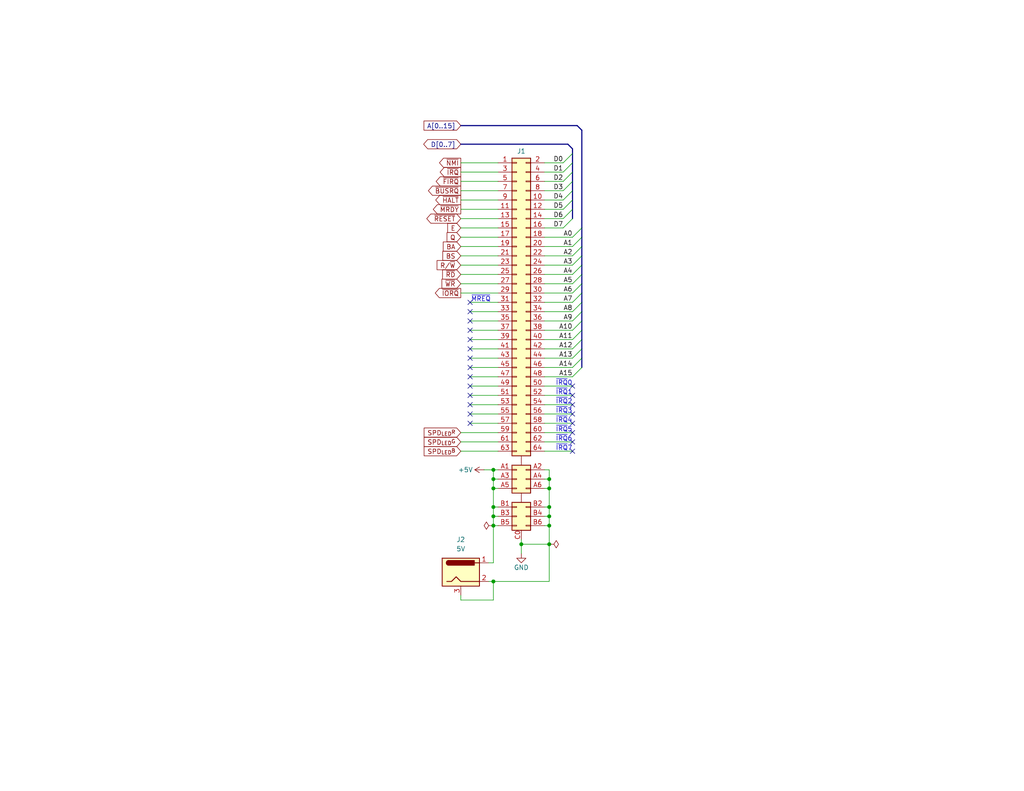
<source format=kicad_sch>
(kicad_sch (version 20231120) (generator "eeschema") (generator_version "8.0")
  (paper "USLetter")
  (title_block (title "CPU to PCB") (date "2025-03-01") (rev "2.0") (company "Frédéric \"MicroHobbyist\" Segard") (comment 1 "https://microhobbyist.com/"))
  (lib_symbols
    (symbol "6309 Step-by-Step:100mm_Dev_Board" (pin_names (offset 1.016) hide)
      (property "Reference" "J" (at 1.27 41.275 0))
      (symbol "100mm_Dev_Board_1_1"
        (rectangle (start -1.27 -60.833) (end 0 -61.087) (stroke (width 0.1524)))
        (rectangle (start -1.27 -58.293) (end 0 -58.547) (stroke (width 0.1524)))
        (rectangle (start -1.27 -55.753) (end 0 -56.007) (stroke (width 0.1524)))
        (rectangle (start -1.27 -54.61) (end 3.81 -62.23) (stroke (width 0.254)) (fill (type background)))
        (rectangle (start -1.27 -50.673) (end 0 -50.927) (stroke (width 0.1524)))
        (rectangle (start -1.27 -48.133) (end 0 -48.387) (stroke (width 0.1524)))
        (rectangle (start -1.27 -45.593) (end 0 -45.847) (stroke (width 0.1524)))
        (rectangle (start -1.27 -44.45) (end 3.81 -52.07) (stroke (width 0.254)) (fill (type background)))
        (rectangle (start -1.27 -40.513) (end 0 -40.767) (stroke (width 0.1524)))
        (rectangle (start -1.27 -37.973) (end 0 -38.227) (stroke (width 0.1524)))
        (rectangle (start -1.27 -35.433) (end 0 -35.687) (stroke (width 0.1524)))
        (rectangle (start -1.27 -32.893) (end 0 -33.147) (stroke (width 0.1524)))
        (rectangle (start -1.27 -30.353) (end 0 -30.607) (stroke (width 0.1524)))
        (rectangle (start -1.27 -27.813) (end 0 -28.067) (stroke (width 0.1524)))
        (rectangle (start -1.27 -25.273) (end 0 -25.527) (stroke (width 0.1524)))
        (rectangle (start -1.27 -22.733) (end 0 -22.987) (stroke (width 0.1524)))
        (rectangle (start -1.27 -20.193) (end 0 -20.447) (stroke (width 0.1524)))
        (rectangle (start -1.27 -17.653) (end 0 -17.907) (stroke (width 0.1524)))
        (rectangle (start -1.27 -15.113) (end 0 -15.367) (stroke (width 0.1524)))
        (rectangle (start -1.27 -12.573) (end 0 -12.827) (stroke (width 0.1524)))
        (rectangle (start -1.27 -10.033) (end 0 -10.287) (stroke (width 0.1524)))
        (rectangle (start -1.27 -7.493) (end 0 -7.747) (stroke (width 0.1524)))
        (rectangle (start -1.27 -4.953) (end 0 -5.207) (stroke (width 0.1524)))
        (rectangle (start -1.27 -2.413) (end 0 -2.667) (stroke (width 0.1524)))
        (rectangle (start -1.27 0.127) (end 0 -0.127) (stroke (width 0.1524)))
        (rectangle (start -1.27 2.667) (end 0 2.413) (stroke (width 0.1524)))
        (rectangle (start -1.27 5.207) (end 0 4.953) (stroke (width 0.1524)))
        (rectangle (start -1.27 7.747) (end 0 7.493) (stroke (width 0.1524)))
        (rectangle (start -1.27 10.287) (end 0 10.033) (stroke (width 0.1524)))
        (rectangle (start -1.27 12.827) (end 0 12.573) (stroke (width 0.1524)))
        (rectangle (start -1.27 15.367) (end 0 15.113) (stroke (width 0.1524)))
        (rectangle (start -1.27 17.907) (end 0 17.653) (stroke (width 0.1524)))
        (rectangle (start -1.27 20.447) (end 0 20.193) (stroke (width 0.1524)))
        (rectangle (start -1.27 22.987) (end 0 22.733) (stroke (width 0.1524)))
        (rectangle (start -1.27 25.527) (end 0 25.273) (stroke (width 0.1524)))
        (rectangle (start -1.27 28.067) (end 0 27.813) (stroke (width 0.1524)))
        (rectangle (start -1.27 30.607) (end 0 30.353) (stroke (width 0.1524)))
        (rectangle (start -1.27 33.147) (end 0 32.893) (stroke (width 0.1524)))
        (rectangle (start -1.27 35.687) (end 0 35.433) (stroke (width 0.1524)))
        (rectangle (start -1.27 38.227) (end 0 37.973) (stroke (width 0.1524)))
        (rectangle (start -1.27 39.37) (end 3.81 -41.91) (stroke (width 0.254)) (fill (type background)))
        (polyline (pts (xy 1.27 -52.07) (xy 1.27 -54.61)))
        (polyline (pts (xy 1.27 -41.91) (xy 1.27 -44.45)))
        (rectangle (start 2.54 -55.753) (end 3.81 -56.007) (stroke (width 0.1524)))
        (rectangle (start 2.54 -45.593) (end 3.81 -45.847) (stroke (width 0.1524)))
        (rectangle (start 3.81 -60.833) (end 2.54 -61.087) (stroke (width 0.1524)))
        (rectangle (start 3.81 -58.293) (end 2.54 -58.547) (stroke (width 0.1524)))
        (rectangle (start 3.81 -50.673) (end 2.54 -50.927) (stroke (width 0.1524)))
        (rectangle (start 3.81 -48.133) (end 2.54 -48.387) (stroke (width 0.1524)))
        (rectangle (start 3.81 -40.513) (end 2.54 -40.767) (stroke (width 0.1524)))
        (rectangle (start 3.81 -37.973) (end 2.54 -38.227) (stroke (width 0.1524)))
        (rectangle (start 3.81 -35.433) (end 2.54 -35.687) (stroke (width 0.1524)))
        (rectangle (start 3.81 -32.893) (end 2.54 -33.147) (stroke (width 0.1524)))
        (rectangle (start 3.81 -30.353) (end 2.54 -30.607) (stroke (width 0.1524)))
        (rectangle (start 3.81 -27.813) (end 2.54 -28.067) (stroke (width 0.1524)))
        (rectangle (start 3.81 -25.273) (end 2.54 -25.527) (stroke (width 0.1524)))
        (rectangle (start 3.81 -22.733) (end 2.54 -22.987) (stroke (width 0.1524)))
        (rectangle (start 3.81 -20.193) (end 2.54 -20.447) (stroke (width 0.1524)))
        (rectangle (start 3.81 -17.653) (end 2.54 -17.907) (stroke (width 0.1524)))
        (rectangle (start 3.81 -15.113) (end 2.54 -15.367) (stroke (width 0.1524)))
        (rectangle (start 3.81 -12.573) (end 2.54 -12.827) (stroke (width 0.1524)))
        (rectangle (start 3.81 -10.033) (end 2.54 -10.287) (stroke (width 0.1524)))
        (rectangle (start 3.81 -7.493) (end 2.54 -7.747) (stroke (width 0.1524)))
        (rectangle (start 3.81 -4.953) (end 2.54 -5.207) (stroke (width 0.1524)))
        (rectangle (start 3.81 -2.413) (end 2.54 -2.667) (stroke (width 0.1524)))
        (rectangle (start 3.81 0.127) (end 2.54 -0.127) (stroke (width 0.1524)))
        (rectangle (start 3.81 2.667) (end 2.54 2.413) (stroke (width 0.1524)))
        (rectangle (start 3.81 5.207) (end 2.54 4.953) (stroke (width 0.1524)))
        (rectangle (start 3.81 7.747) (end 2.54 7.493) (stroke (width 0.1524)))
        (rectangle (start 3.81 10.287) (end 2.54 10.033) (stroke (width 0.1524)))
        (rectangle (start 3.81 12.827) (end 2.54 12.573) (stroke (width 0.1524)))
        (rectangle (start 3.81 15.367) (end 2.54 15.113) (stroke (width 0.1524)))
        (rectangle (start 3.81 17.907) (end 2.54 17.653) (stroke (width 0.1524)))
        (rectangle (start 3.81 20.447) (end 2.54 20.193) (stroke (width 0.1524)))
        (rectangle (start 3.81 22.987) (end 2.54 22.733) (stroke (width 0.1524)))
        (rectangle (start 3.81 25.527) (end 2.54 25.273) (stroke (width 0.1524)))
        (rectangle (start 3.81 28.067) (end 2.54 27.813) (stroke (width 0.1524)))
        (rectangle (start 3.81 30.607) (end 2.54 30.353) (stroke (width 0.1524)))
        (rectangle (start 3.81 33.147) (end 2.54 32.893) (stroke (width 0.1524)))
        (rectangle (start 3.81 35.687) (end 2.54 35.433) (stroke (width 0.1524)))
        (rectangle (start 3.81 38.227) (end 2.54 37.973) (stroke (width 0.1524)))
        (pin passive line (at -5.08 38.1 0) (length 3.81) (name "Pin_1") (number "1"))
        (pin passive line (at 7.62 27.94 180) (length 3.81) (name "Pin_10") (number "10"))
        (pin passive line (at -5.08 25.4 0) (length 3.81) (name "Pin_11") (number "11"))
        (pin passive line (at 7.62 25.4 180) (length 3.81) (name "Pin_12") (number "12"))
        (pin passive line (at -5.08 22.86 0) (length 3.81) (name "Pin_13") (number "13"))
        (pin passive line (at 7.62 22.86 180) (length 3.81) (name "Pin_14") (number "14"))
        (pin passive line (at -5.08 20.32 0) (length 3.81) (name "Pin_15") (number "15"))
        (pin passive line (at 7.62 20.32 180) (length 3.81) (name "Pin_16") (number "16"))
        (pin passive line (at -5.08 17.78 0) (length 3.81) (name "Pin_17") (number "17"))
        (pin passive line (at 7.62 17.78 180) (length 3.81) (name "Pin_18") (number "18"))
        (pin passive line (at -5.08 15.24 0) (length 3.81) (name "Pin_19") (number "19"))
        (pin passive line (at 7.62 38.1 180) (length 3.81) (name "Pin_2") (number "2"))
        (pin passive line (at 7.62 15.24 180) (length 3.81) (name "Pin_20") (number "20"))
        (pin passive line (at -5.08 12.7 0) (length 3.81) (name "Pin_21") (number "21"))
        (pin passive line (at 7.62 12.7 180) (length 3.81) (name "Pin_22") (number "22"))
        (pin passive line (at -5.08 10.16 0) (length 3.81) (name "Pin_23") (number "23"))
        (pin passive line (at 7.62 10.16 180) (length 3.81) (name "Pin_24") (number "24"))
        (pin passive line (at -5.08 7.62 0) (length 3.81) (name "Pin_25") (number "25"))
        (pin passive line (at 7.62 7.62 180) (length 3.81) (name "Pin_26") (number "26"))
        (pin passive line (at -5.08 5.08 0) (length 3.81) (name "Pin_27") (number "27"))
        (pin passive line (at 7.62 5.08 180) (length 3.81) (name "Pin_28") (number "28"))
        (pin passive line (at -5.08 2.54 0) (length 3.81) (name "Pin_29") (number "29"))
        (pin passive line (at -5.08 35.56 0) (length 3.81) (name "Pin_3") (number "3"))
        (pin passive line (at 7.62 2.54 180) (length 3.81) (name "Pin_30") (number "30"))
        (pin passive line (at -5.08 0 0) (length 3.81) (name "Pin_31") (number "31"))
        (pin passive line (at 7.62 0 180) (length 3.81) (name "Pin_32") (number "32"))
        (pin passive line (at -5.08 -2.54 0) (length 3.81) (name "Pin_33") (number "33"))
        (pin passive line (at 7.62 -2.54 180) (length 3.81) (name "Pin_34") (number "34"))
        (pin passive line (at -5.08 -5.08 0) (length 3.81) (name "Pin_35") (number "35"))
        (pin passive line (at 7.62 -5.08 180) (length 3.81) (name "Pin_36") (number "36"))
        (pin passive line (at -5.08 -7.62 0) (length 3.81) (name "Pin_37") (number "37"))
        (pin passive line (at 7.62 -7.62 180) (length 3.81) (name "Pin_38") (number "38"))
        (pin passive line (at -5.08 -10.16 0) (length 3.81) (name "Pin_39") (number "39"))
        (pin passive line (at 7.62 35.56 180) (length 3.81) (name "Pin_4") (number "4"))
        (pin passive line (at 7.62 -10.16 180) (length 3.81) (name "Pin_40") (number "40"))
        (pin passive line (at -5.08 -12.7 0) (length 3.81) (name "Pin_41") (number "41"))
        (pin passive line (at 7.62 -12.7 180) (length 3.81) (name "Pin_42") (number "42"))
        (pin passive line (at -5.08 -15.24 0) (length 3.81) (name "Pin_43") (number "43"))
        (pin passive line (at 7.62 -15.24 180) (length 3.81) (name "Pin_44") (number "44"))
        (pin passive line (at -5.08 -17.78 0) (length 3.81) (name "Pin_45") (number "45"))
        (pin passive line (at 7.62 -17.78 180) (length 3.81) (name "Pin_46") (number "46"))
        (pin passive line (at -5.08 -20.32 0) (length 3.81) (name "Pin_47") (number "47"))
        (pin passive line (at 7.62 -20.32 180) (length 3.81) (name "Pin_48") (number "48"))
        (pin passive line (at -5.08 -22.86 0) (length 3.81) (name "Pin_49") (number "49"))
        (pin passive line (at -5.08 33.02 0) (length 3.81) (name "Pin_5") (number "5"))
        (pin passive line (at 7.62 -22.86 180) (length 3.81) (name "Pin_50") (number "50"))
        (pin passive line (at -5.08 -25.4 0) (length 3.81) (name "Pin_51") (number "51"))
        (pin passive line (at 7.62 -25.4 180) (length 3.81) (name "Pin_52") (number "52"))
        (pin passive line (at -5.08 -27.94 0) (length 3.81) (name "Pin_53") (number "53"))
        (pin passive line (at 7.62 -27.94 180) (length 3.81) (name "Pin_54") (number "54"))
        (pin passive line (at -5.08 -30.48 0) (length 3.81) (name "Pin_55") (number "55"))
        (pin passive line (at 7.62 -30.48 180) (length 3.81) (name "Pin_56") (number "56"))
        (pin passive line (at -5.08 -33.02 0) (length 3.81) (name "Pin_57") (number "57"))
        (pin passive line (at 7.62 -33.02 180) (length 3.81) (name "Pin_58") (number "58"))
        (pin passive line (at -5.08 -35.56 0) (length 3.81) (name "Pin_59") (number "59"))
        (pin passive line (at 7.62 33.02 180) (length 3.81) (name "Pin_6") (number "6"))
        (pin passive line (at 7.62 -35.56 180) (length 3.81) (name "Pin_60") (number "60"))
        (pin passive line (at -5.08 -38.1 0) (length 3.81) (name "Pin_61") (number "61"))
        (pin passive line (at 7.62 -38.1 180) (length 3.81) (name "Pin_62") (number "62"))
        (pin passive line (at -5.08 -40.64 0) (length 3.81) (name "Pin_63") (number "63"))
        (pin passive line (at 7.62 -40.64 180) (length 3.81) (name "Pin_64") (number "64"))
        (pin passive line (at -5.08 30.48 0) (length 3.81) (name "Pin_7") (number "7"))
        (pin passive line (at 7.62 30.48 180) (length 3.81) (name "Pin_8") (number "8"))
        (pin passive line (at -5.08 27.94 0) (length 3.81) (name "Pin_9") (number "9"))
        (pin passive line (at -5.08 -45.72 0) (length 3.81) (name "") (number "A1"))
        (pin passive line (at 7.62 -45.72 180) (length 3.81) (name "") (number "A2"))
        (pin passive line (at -5.08 -48.26 0) (length 3.81) (name "") (number "A3"))
        (pin passive line (at 7.62 -48.26 180) (length 3.81) (name "") (number "A4"))
        (pin passive line (at -5.08 -50.8 0) (length 3.81) (name "") (number "A5"))
        (pin passive line (at 7.62 -50.8 180) (length 3.81) (name "") (number "A6"))
        (pin passive line (at -5.08 -55.88 0) (length 3.81) (name "") (number "B1"))
        (pin passive line (at 7.62 -55.88 180) (length 3.81) (name "") (number "B2"))
        (pin passive line (at -5.08 -58.42 0) (length 3.81) (name "") (number "B3"))
        (pin passive line (at 7.62 -58.42 180) (length 3.81) (name "") (number "B4"))
        (pin passive line (at -5.08 -60.96 0) (length 3.81) (name "") (number "B5"))
        (pin passive line (at 7.62 -60.96 180) (length 3.81) (name "") (number "B6"))
        (pin passive line (at 1.27 -64.77 90) (length 2.54) (name "") (number "C0"))
        (pin passive line (at 1.27 -64.77 90) (length 2.54) hide (name "") (number "C1"))
        (pin passive line (at 1.27 -64.77 90) (length 2.54) hide (name "") (number "C2"))
        (pin passive line (at 1.27 -64.77 90) (length 2.54) hide (name "") (number "C3"))
      )
    )
    (symbol "6309 Step-by-Step:Barrel_Jack" (pin_names (offset 1.016))
      (property "Reference" "J11" (at 0 7.62 0))
      (property "Value" "Barrel_Jack" (at 0 5.08 0))
      (symbol "Barrel_Jack_0_1"
        (rectangle (start -5.08 3.81) (end 5.08 -3.81) (stroke (width 0.254)) (fill (type background)))
        (arc (start -3.302 3.175) (mid -3.9343 2.54) (end -3.302 1.905) (stroke (width 0.254)))
        (arc (start -3.302 3.175) (mid -3.9343 2.54) (end -3.302 1.905) (stroke (width 0.254)) (fill (type outline)))
        (polyline (pts (xy 5.08 2.54) (xy 3.81 2.54)) (stroke (width 0.254)))
        (polyline (pts (xy -3.81 -2.54) (xy -2.54 -2.54) (xy -1.27 -1.27) (xy 0 -2.54) (xy 2.54 -2.54) (xy 5.08 -2.54)) (stroke (width 0.254)))
        (rectangle (start 3.683 3.175) (end -3.302 1.905) (stroke (width 0.254)) (fill (type outline)))
      )
      (symbol "Barrel_Jack_1_1"
        (pin passive line (at 7.62 2.54 180) (length 2.54) (name "~") (number "1"))
        (pin passive line (at 7.62 -2.54 180) (length 2.54) (name "~") (number "2"))
        (pin passive line (at 0 -6.35 90) (length 2.54) (name "") (number "3"))
      )
    )
    (symbol "power:+5V" (power) (pin_numbers hide) (pin_names (offset 0) hide)
      (property "Value" "+5V" (at 0 3.556 0))
      (symbol "+5V_0_1"
        (polyline (pts (xy -0.762 1.27) (xy 0 2.54)))
        (polyline (pts (xy 0 0) (xy 0 2.54)))
        (polyline (pts (xy 0 2.54) (xy 0.762 1.27)))
      )
      (symbol "+5V_1_1"
        (pin power_in line (at 0 0 90) (length 0) (name "~") (number "1"))
      )
    )
    (symbol "power:GND" (power) (pin_numbers hide) (pin_names (offset 0) hide)
      (property "Value" "GND" (at 0 -3.81 0))
      (symbol "GND_0_1"
        (polyline (pts (xy 0 0) (xy 0 -1.27) (xy 1.27 -1.27) (xy 0 -2.54) (xy -1.27 -1.27) (xy 0 -1.27)))
      )
      (symbol "GND_1_1"
        (pin power_in line (at 0 0 270) (length 0) (name "~") (number "1"))
      )
    )
    (symbol "power:PWR_FLAG" (power) (pin_numbers hide) (pin_names (offset 0) hide)
      (property "Value" "PWR_FLAG" (at 0 3.81 0))
      (symbol "PWR_FLAG_0_0"
        (pin power_out line (at 0 0 90) (length 0) (name "~") (number "1"))
      )
      (symbol "PWR_FLAG_0_1"
        (polyline (pts (xy 0 0) (xy 0 1.27) (xy -1.016 1.905) (xy 0 2.54) (xy 1.016 1.905) (xy 0 1.27)))
      )
    )
  )
  (junction (at 134.62 143.51))
  (junction (at 134.62 140.97))
  (junction (at 149.86 140.97))
  (junction (at 142.24 148.59))
  (junction (at 149.86 148.59))
  (junction (at 134.62 128.27))
  (junction (at 149.86 133.35))
  (junction (at 134.62 158.75))
  (junction (at 149.86 138.43))
  (junction (at 134.62 133.35))
  (junction (at 134.62 130.81))
  (junction (at 149.86 143.51))
  (junction (at 134.62 138.43))
  (junction (at 149.86 130.81))
  (no_connect (at 128.27 115.57))
  (no_connect (at 128.27 82.55))
  (no_connect (at 156.21 115.57))
  (no_connect (at 156.21 105.41))
  (no_connect (at 128.27 102.87))
  (no_connect (at 128.27 87.63))
  (no_connect (at 128.27 97.79))
  (no_connect (at 156.21 120.65))
  (no_connect (at 128.27 105.41))
  (no_connect (at 128.27 90.17))
  (no_connect (at 156.21 107.95))
  (no_connect (at 128.27 113.03))
  (no_connect (at 128.27 95.25))
  (no_connect (at 128.27 107.95))
  (no_connect (at 128.27 100.33))
  (no_connect (at 128.27 85.09))
  (no_connect (at 156.21 123.19))
  (no_connect (at 156.21 118.11))
  (no_connect (at 156.21 113.03))
  (no_connect (at 128.27 110.49))
  (no_connect (at 128.27 92.71))
  (no_connect (at 156.21 110.49))
  (bus_entry (at 156.21 52.07) (size -2.54 2.54))
  (bus_entry (at 156.21 95.25) (size 2.54 -2.54))
  (bus_entry (at 156.21 87.63) (size 2.54 -2.54))
  (bus_entry (at 156.21 85.09) (size 2.54 -2.54))
  (bus_entry (at 156.21 100.33) (size 2.54 -2.54))
  (bus_entry (at 156.21 57.15) (size -2.54 2.54))
  (bus_entry (at 156.21 72.39) (size 2.54 -2.54))
  (bus_entry (at 156.21 92.71) (size 2.54 -2.54))
  (bus_entry (at 156.21 46.99) (size -2.54 2.54))
  (bus_entry (at 156.21 54.61) (size -2.54 2.54))
  (bus_entry (at 156.21 74.93) (size 2.54 -2.54))
  (bus_entry (at 156.21 69.85) (size 2.54 -2.54))
  (bus_entry (at 156.21 59.69) (size -2.54 2.54))
  (bus_entry (at 156.21 97.79) (size 2.54 -2.54))
  (bus_entry (at 156.21 82.55) (size 2.54 -2.54))
  (bus_entry (at 156.21 102.87) (size 2.54 -2.54))
  (bus_entry (at 156.21 67.31) (size 2.54 -2.54))
  (bus_entry (at 156.21 77.47) (size 2.54 -2.54))
  (bus_entry (at 156.21 80.01) (size 2.54 -2.54))
  (bus_entry (at 156.21 41.91) (size -2.54 2.54))
  (bus_entry (at 156.21 49.53) (size -2.54 2.54))
  (bus_entry (at 156.21 90.17) (size 2.54 -2.54))
  (bus_entry (at 156.21 44.45) (size -2.54 2.54))
  (bus_entry (at 156.21 64.77) (size 2.54 -2.54))
  (wire (pts (xy 148.59 105.41) (xy 156.21 105.41)))
  (wire (pts (xy 125.73 69.85) (xy 135.89 69.85)))
  (wire (pts (xy 134.62 140.97) (xy 134.62 143.51)))
  (wire (pts (xy 128.27 115.57) (xy 135.89 115.57)))
  (wire (pts (xy 142.24 147.32) (xy 142.24 148.59)))
  (wire (pts (xy 125.73 57.15) (xy 135.89 57.15)))
  (bus (pts (xy 158.75 35.56) (xy 157.48 34.29)))
  (wire (pts (xy 148.59 49.53) (xy 153.67 49.53)))
  (wire (pts (xy 148.59 140.97) (xy 149.86 140.97)))
  (wire (pts (xy 125.73 123.19) (xy 135.89 123.19)))
  (wire (pts (xy 125.73 59.69) (xy 135.89 59.69)))
  (wire (pts (xy 149.86 128.27) (xy 149.86 130.81)))
  (bus (pts (xy 158.75 62.23) (xy 158.75 64.77)))
  (wire (pts (xy 125.73 49.53) (xy 135.89 49.53)))
  (wire (pts (xy 148.59 102.87) (xy 156.21 102.87)))
  (wire (pts (xy 148.59 62.23) (xy 153.67 62.23)))
  (bus (pts (xy 158.75 85.09) (xy 158.75 87.63)))
  (wire (pts (xy 125.73 72.39) (xy 135.89 72.39)))
  (wire (pts (xy 149.86 130.81) (xy 149.86 133.35)))
  (wire (pts (xy 125.73 162.56) (xy 125.73 163.83)))
  (wire (pts (xy 149.86 133.35) (xy 149.86 138.43)))
  (wire (pts (xy 125.73 64.77) (xy 135.89 64.77)))
  (wire (pts (xy 149.86 138.43) (xy 149.86 140.97)))
  (wire (pts (xy 125.73 163.83) (xy 134.62 163.83)))
  (wire (pts (xy 134.62 133.35) (xy 135.89 133.35)))
  (bus (pts (xy 158.75 87.63) (xy 158.75 90.17)))
  (wire (pts (xy 125.73 118.11) (xy 135.89 118.11)))
  (bus (pts (xy 158.75 90.17) (xy 158.75 92.71)))
  (wire (pts (xy 128.27 92.71) (xy 135.89 92.71)))
  (bus (pts (xy 156.21 40.64) (xy 156.21 41.91)))
  (wire (pts (xy 148.59 130.81) (xy 149.86 130.81)))
  (wire (pts (xy 148.59 77.47) (xy 156.21 77.47)))
  (wire (pts (xy 128.27 102.87) (xy 135.89 102.87)))
  (wire (pts (xy 149.86 140.97) (xy 149.86 143.51)))
  (wire (pts (xy 148.59 128.27) (xy 149.86 128.27)))
  (wire (pts (xy 148.59 107.95) (xy 156.21 107.95)))
  (wire (pts (xy 125.73 74.93) (xy 135.89 74.93)))
  (bus (pts (xy 158.75 69.85) (xy 158.75 72.39)))
  (wire (pts (xy 128.27 87.63) (xy 135.89 87.63)))
  (wire (pts (xy 148.59 85.09) (xy 156.21 85.09)))
  (bus (pts (xy 158.75 74.93) (xy 158.75 77.47)))
  (wire (pts (xy 148.59 54.61) (xy 153.67 54.61)))
  (wire (pts (xy 134.62 130.81) (xy 135.89 130.81)))
  (bus (pts (xy 156.21 41.91) (xy 156.21 44.45)))
  (wire (pts (xy 128.27 90.17) (xy 135.89 90.17)))
  (wire (pts (xy 156.21 123.19) (xy 148.59 123.19)))
  (wire (pts (xy 148.59 64.77) (xy 156.21 64.77)))
  (wire (pts (xy 148.59 100.33) (xy 156.21 100.33)))
  (wire (pts (xy 148.59 74.93) (xy 156.21 74.93)))
  (wire (pts (xy 128.27 82.55) (xy 135.89 82.55)))
  (bus (pts (xy 158.75 80.01) (xy 158.75 82.55)))
  (wire (pts (xy 125.73 67.31) (xy 135.89 67.31)))
  (bus (pts (xy 158.75 82.55) (xy 158.75 85.09)))
  (wire (pts (xy 125.73 80.01) (xy 135.89 80.01)))
  (wire (pts (xy 148.59 59.69) (xy 153.67 59.69)))
  (wire (pts (xy 134.62 143.51) (xy 135.89 143.51)))
  (wire (pts (xy 148.59 110.49) (xy 156.21 110.49)))
  (bus (pts (xy 156.21 46.99) (xy 156.21 49.53)))
  (bus (pts (xy 156.21 44.45) (xy 156.21 46.99)))
  (wire (pts (xy 148.59 97.79) (xy 156.21 97.79)))
  (wire (pts (xy 148.59 82.55) (xy 156.21 82.55)))
  (wire (pts (xy 148.59 69.85) (xy 156.21 69.85)))
  (wire (pts (xy 134.62 138.43) (xy 135.89 138.43)))
  (wire (pts (xy 134.62 130.81) (xy 134.62 133.35)))
  (wire (pts (xy 156.21 118.11) (xy 148.59 118.11)))
  (wire (pts (xy 128.27 85.09) (xy 135.89 85.09)))
  (bus (pts (xy 156.21 40.64) (xy 154.94 39.37)))
  (bus (pts (xy 156.21 52.07) (xy 156.21 54.61)))
  (wire (pts (xy 134.62 133.35) (xy 134.62 138.43)))
  (bus (pts (xy 158.75 64.77) (xy 158.75 67.31)))
  (wire (pts (xy 148.59 46.99) (xy 153.67 46.99)))
  (bus (pts (xy 125.73 39.37) (xy 154.94 39.37)))
  (bus (pts (xy 156.21 49.53) (xy 156.21 52.07)))
  (bus (pts (xy 156.21 57.15) (xy 156.21 59.69)))
  (wire (pts (xy 148.59 133.35) (xy 149.86 133.35)))
  (wire (pts (xy 148.59 67.31) (xy 156.21 67.31)))
  (wire (pts (xy 128.27 110.49) (xy 135.89 110.49)))
  (wire (pts (xy 149.86 143.51) (xy 149.86 148.59)))
  (wire (pts (xy 125.73 62.23) (xy 135.89 62.23)))
  (wire (pts (xy 128.27 95.25) (xy 135.89 95.25)))
  (wire (pts (xy 148.59 52.07) (xy 153.67 52.07)))
  (wire (pts (xy 148.59 80.01) (xy 156.21 80.01)))
  (bus (pts (xy 158.75 72.39) (xy 158.75 74.93)))
  (wire (pts (xy 128.27 97.79) (xy 135.89 97.79)))
  (bus (pts (xy 158.75 97.79) (xy 158.75 100.33)))
  (wire (pts (xy 125.73 54.61) (xy 135.89 54.61)))
  (bus (pts (xy 158.75 67.31) (xy 158.75 69.85)))
  (wire (pts (xy 125.73 120.65) (xy 135.89 120.65)))
  (wire (pts (xy 133.35 153.67) (xy 134.62 153.67)))
  (wire (pts (xy 148.59 92.71) (xy 156.21 92.71)))
  (wire (pts (xy 125.73 44.45) (xy 135.89 44.45)))
  (wire (pts (xy 149.86 148.59) (xy 149.86 158.75)))
  (wire (pts (xy 142.24 148.59) (xy 149.86 148.59)))
  (wire (pts (xy 148.59 57.15) (xy 153.67 57.15)))
  (wire (pts (xy 134.62 140.97) (xy 135.89 140.97)))
  (wire (pts (xy 148.59 72.39) (xy 156.21 72.39)))
  (wire (pts (xy 128.27 100.33) (xy 135.89 100.33)))
  (wire (pts (xy 148.59 44.45) (xy 153.67 44.45)))
  (wire (pts (xy 148.59 138.43) (xy 149.86 138.43)))
  (wire (pts (xy 142.24 148.59) (xy 142.24 151.13)))
  (wire (pts (xy 134.62 143.51) (xy 134.62 153.67)))
  (wire (pts (xy 134.62 128.27) (xy 135.89 128.27)))
  (wire (pts (xy 125.73 77.47) (xy 135.89 77.47)))
  (wire (pts (xy 148.59 143.51) (xy 149.86 143.51)))
  (wire (pts (xy 156.21 113.03) (xy 148.59 113.03)))
  (wire (pts (xy 132.08 128.27) (xy 134.62 128.27)))
  (bus (pts (xy 158.75 92.71) (xy 158.75 95.25)))
  (wire (pts (xy 148.59 95.25) (xy 156.21 95.25)))
  (wire (pts (xy 125.73 46.99) (xy 135.89 46.99)))
  (wire (pts (xy 148.59 87.63) (xy 156.21 87.63)))
  (wire (pts (xy 133.35 158.75) (xy 134.62 158.75)))
  (wire (pts (xy 148.59 90.17) (xy 156.21 90.17)))
  (wire (pts (xy 134.62 138.43) (xy 134.62 140.97)))
  (wire (pts (xy 134.62 158.75) (xy 149.86 158.75)))
  (bus (pts (xy 125.73 34.29) (xy 157.48 34.29)))
  (wire (pts (xy 134.62 128.27) (xy 134.62 130.81)))
  (bus (pts (xy 158.75 77.47) (xy 158.75 80.01)))
  (bus (pts (xy 156.21 54.61) (xy 156.21 57.15)))
  (bus (pts (xy 158.75 35.56) (xy 158.75 62.23)))
  (wire (pts (xy 128.27 107.95) (xy 135.89 107.95)))
  (wire (pts (xy 128.27 113.03) (xy 135.89 113.03)))
  (wire (pts (xy 134.62 158.75) (xy 134.62 163.83)))
  (wire (pts (xy 128.27 105.41) (xy 135.89 105.41)))
  (wire (pts (xy 125.73 52.07) (xy 135.89 52.07)))
  (wire (pts (xy 156.21 120.65) (xy 148.59 120.65)))
  (wire (pts (xy 156.21 115.57) (xy 148.59 115.57)))
  (bus (pts (xy 158.75 95.25) (xy 158.75 97.79)))
  (text "~{MREQ}" (at 128.524 81.788 0) (effects (font (size 1.27 1.27)) (justify left)))
  (text "~{IRQ}1" (at 156.21 107.95 0) (effects (font (size 1.27 1.27)) (justify right bottom)))
  (text "~{IRQ}0" (at 156.21 105.41 0) (effects (font (size 1.27 1.27)) (justify right bottom)))
  (text "~{IRQ}5" (at 156.21 118.11 0) (effects (font (size 1.27 1.27)) (justify right bottom)))
  (text "~{IRQ}6" (at 156.21 120.65 0) (effects (font (size 1.27 1.27)) (justify right bottom)))
  (text "~{IRQ}2" (at 156.21 110.49 0) (effects (font (size 1.27 1.27)) (justify right bottom)))
  (text "~{IRQ}3" (at 156.21 113.03 0) (effects (font (size 1.27 1.27)) (justify right bottom)))
  (text "~{IRQ}7" (at 156.21 123.19 0) (effects (font (size 1.27 1.27)) (justify right bottom)))
  (text "~{IRQ}4" (at 156.21 115.57 0) (effects (font (size 1.27 1.27)) (justify right bottom)))
  (label "D4" (at 153.67 54.61 180))
  (label "A10" (at 156.21 90.17 180))
  (label "A14" (at 156.21 100.33 180))
  (label "D3" (at 153.67 52.07 180))
  (label "D0" (at 153.67 44.45 180))
  (label "A12" (at 156.21 95.25 180))
  (label "D1" (at 153.67 46.99 180))
  (label "A1" (at 156.21 67.31 180))
  (label "A3" (at 156.21 72.39 180))
  (label "A2" (at 156.21 69.85 180))
  (label "A8" (at 156.21 85.09 180))
  (label "D6" (at 153.67 59.69 180))
  (label "A15" (at 156.21 102.87 180))
  (label "A9" (at 156.21 87.63 180))
  (label "D7" (at 153.67 62.23 180))
  (label "A0" (at 156.21 64.77 180))
  (label "A5" (at 156.21 77.47 180))
  (label "A11" (at 156.21 92.71 180))
  (label "A6" (at 156.21 80.01 180))
  (label "A7" (at 156.21 82.55 180))
  (label "D2" (at 153.67 49.53 180))
  (label "A13" (at 156.21 97.79 180))
  (label "A4" (at 156.21 74.93 180))
  (label "D5" (at 153.67 57.15 180))
  (global_label "D[0..7]" (shape bidirectional) (at 125.73 39.37 180) (property "Intersheetrefs" "${INTERSHEET_REFS}" (effects (hide yes))))
  (global_label "BA" (shape input) (at 125.73 67.31 180) (property "Intersheetrefs" "${INTERSHEET_REFS}" (effects (hide yes))))
  (global_label "~{IORQ}" (shape output) (at 125.73 80.01 180) (property "Intersheetrefs" "${INTERSHEET_REFS}" (effects (hide yes))))
  (global_label "SPD_{LED}^{G}" (shape input) (at 125.73 120.65 180) (property "Intersheetrefs" "${INTERSHEET_REFS}" (effects (hide yes))))
  (global_label "~{HALT}" (shape output) (at 125.73 54.61 180) (property "Intersheetrefs" "${INTERSHEET_REFS}" (effects (hide yes))))
  (global_label "BS" (shape input) (at 125.73 69.85 180) (property "Intersheetrefs" "${INTERSHEET_REFS}" (effects (hide yes))))
  (global_label "~{RESET}" (shape bidirectional) (at 125.73 59.69 180) (property "Intersheetrefs" "${INTERSHEET_REFS}" (effects (hide yes))))
  (global_label "Q" (shape input) (at 125.73 64.77 180) (property "Intersheetrefs" "${INTERSHEET_REFS}" (effects (hide yes))))
  (global_label "E" (shape input) (at 125.73 62.23 180) (property "Intersheetrefs" "${INTERSHEET_REFS}" (effects (hide yes))))
  (global_label "SPD_{LED}^{B}" (shape input) (at 125.73 123.19 180) (property "Intersheetrefs" "${INTERSHEET_REFS}" (effects (hide yes))))
  (global_label "~{IRQ}" (shape output) (at 125.73 46.99 180) (property "Intersheetrefs" "${INTERSHEET_REFS}" (effects (hide yes))))
  (global_label "~{FIRQ}" (shape output) (at 125.73 49.53 180) (property "Intersheetrefs" "${INTERSHEET_REFS}" (effects (hide yes))))
  (global_label "SPD_{LED}^{R}" (shape input) (at 125.73 118.11 180) (property "Intersheetrefs" "${INTERSHEET_REFS}" (effects (hide yes))))
  (global_label "~{BUSRQ}" (shape output) (at 125.73 52.07 180) (property "Intersheetrefs" "${INTERSHEET_REFS}" (effects (hide yes))))
  (global_label "R{slash}~{W}" (shape input) (at 125.73 72.39 180) (property "Intersheetrefs" "${INTERSHEET_REFS}" (effects (hide yes))))
  (global_label "~{RD}" (shape input) (at 125.73 74.93 180) (property "Intersheetrefs" "${INTERSHEET_REFS}" (effects (hide yes))))
  (global_label "A[0..15]" (shape input) (at 125.73 34.29 180) (property "Intersheetrefs" "${INTERSHEET_REFS}" (effects (hide yes))))
  (global_label "~{WR}" (shape input) (at 125.73 77.47 180) (property "Intersheetrefs" "${INTERSHEET_REFS}" (effects (hide yes))))
  (global_label "~{NMI}" (shape output) (at 125.73 44.45 180) (property "Intersheetrefs" "${INTERSHEET_REFS}" (effects (hide yes))))
  (global_label "~{MRDY}" (shape output) (at 125.73 57.15 180) (property "Intersheetrefs" "${INTERSHEET_REFS}" (effects (hide yes))))
  (symbol (lib_id "power:+5V") (at 132.08 128.27 90) (unit 1)
    (property "Reference" "#PWR024" (effects (hide yes)))
    (property "Value" "+5V" (at 127 128.27 90))
    (property "Description" "Power symbol creates a global label with name \"+5V\"" (effects (hide yes)))
  )
  (symbol (lib_id "6309 Step-by-Step:100mm_Dev_Board") (at 140.97 82.55 0) (unit 1)
    (property "Reference" "J1" (at 142.24 41.275 0))
    (property "Value" "100mm_Dev_Board" (effects (hide yes)))
    (property "Footprint" "6309 Step-by-Step:100x100 dev board with a 64-pin header." (effects (hide yes)))
  )
  (symbol (lib_id "power:PWR_FLAG") (at 134.62 143.51 90) (unit 1)
    (property "Reference" "#FLG01" (effects (hide yes)))
    (property "Value" "PWR_FLAG" (effects (hide yes)))
    (property "Description" "Special symbol for telling ERC where power comes from" (effects (hide yes)))
  )
  (symbol (lib_id "power:GND") (at 142.24 151.13 0) (unit 1)
    (property "Reference" "#PWR025" (effects (hide yes)))
    (property "Value" "GND" (at 142.24 154.94 0))
    (property "Description" "Power symbol creates a global label with name \"GND\" , ground" (effects (hide yes)))
  )
  (symbol (lib_id "power:PWR_FLAG") (at 149.86 148.59 270) (mirror x) (unit 1)
    (property "Reference" "#FLG02" (effects (hide yes)))
    (property "Value" "PWR_FLAG" (effects (hide yes)))
    (property "Description" "Special symbol for telling ERC where power comes from" (effects (hide yes)))
  )
  (symbol (lib_id "6309 Step-by-Step:Barrel_Jack") (at 125.73 156.21 0) (unit 1)
    (property "Reference" "J2" (at 125.73 147.32 0))
    (property "Value" "5V" (at 125.73 149.86 0))
    (property "Footprint" "Connector_BarrelJack:BarrelJack_Horizontal" (effects (hide yes)))
    (property "Description" "DC Barrel Jack" (effects (hide yes)))
  )
)
</source>
